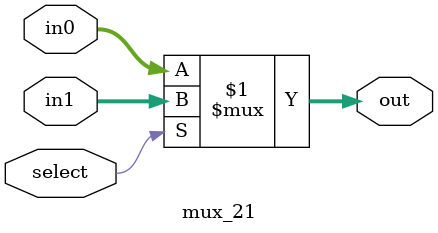
<source format=v>
`timescale 1ns / 1ps


module mux_21(
    input [31:0] in0,
    input [31:0] in1,
    output  [31:0] out, 
     input select
    
);

assign out = select ? in1: in0;

endmodule


</source>
